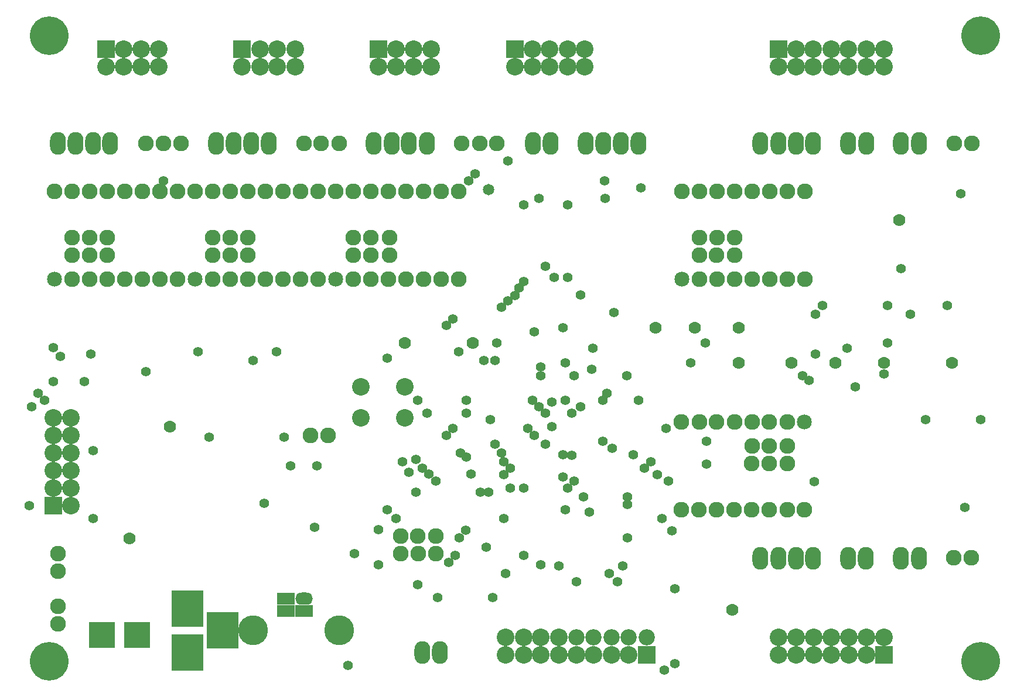
<source format=gbr>
%FSLAX23Y23*%
%MOIN*%
G04 EasyPC Gerber Version 13.0.2 Build 2807 *
%ADD108O,0.09000X0.13000*%
%ADD107R,0.18000X0.21000*%
%ADD112R,0.10000X0.10000*%
%ADD105R,0.15000X0.15000*%
%ADD114C,0.05500*%
%ADD116C,0.06500*%
%ADD115C,0.07000*%
%ADD104C,0.08500*%
%ADD103C,0.09000*%
%ADD113C,0.09200*%
%ADD106C,0.10000*%
%ADD110C,0.17000*%
%ADD111O,0.10000X0.07000*%
%ADD109R,0.10000X0.07000*%
%ADD102C,0.22000*%
X0Y0D02*
D02*
D102*
X15378Y16249D03*
Y19811D03*
X20678Y16249D03*
Y19811D03*
D02*
D103*
X15409Y18924D03*
X15428Y16461D03*
Y16561D03*
Y16761D03*
Y16861D03*
X15509Y18424D03*
Y18924D03*
X15510Y18562D03*
Y18662D03*
X15609Y18424D03*
Y18924D03*
X15610Y18562D03*
Y18662D03*
X15709Y18424D03*
Y18924D03*
X15710Y18562D03*
Y18662D03*
X15809Y18424D03*
Y18924D03*
X15909Y18424D03*
Y18924D03*
X15928Y19199D03*
X16009Y18424D03*
Y18924D03*
X16028Y19199D03*
X16109Y18424D03*
Y18924D03*
X16128Y19199D03*
X16210Y18924D03*
X16310Y18924D03*
X16310Y18562D03*
X16310Y18424D03*
Y18662D03*
X16410Y18924D03*
X16410Y18662D03*
X16410Y18424D03*
Y18562D03*
X16510Y18924D03*
X16510Y18562D03*
Y18662D03*
X16510Y18424D03*
X16610Y18924D03*
X16610Y18424D03*
X16710Y18924D03*
X16710Y18424D03*
X16810Y18924D03*
X16810Y18424D03*
X16828Y19199D03*
X16865Y17536D03*
X16910Y18924D03*
X16910Y18424D03*
X16927Y19199D03*
X16965Y17536D03*
X17010Y18924D03*
X17028Y19199D03*
X17110Y18924D03*
X17110Y18424D03*
Y18562D03*
X17110Y18662D03*
X17210Y18924D03*
X17210Y18662D03*
X17210Y18424D03*
Y18562D03*
X17310Y18924D03*
X17310Y18424D03*
X17315Y18561D03*
Y18661D03*
X17378Y16861D03*
Y16961D03*
X17410Y18924D03*
X17410Y18424D03*
X17477Y16961D03*
X17478Y16861D03*
X17510Y18924D03*
X17510Y18424D03*
X17578Y16861D03*
X17578Y16961D03*
X17610Y18924D03*
X17610Y18424D03*
X17710Y18924D03*
X17710Y18424D03*
X17727Y19199D03*
X17828D03*
X17927D03*
X18977Y17111D03*
X18977Y17611D03*
X18978Y18924D03*
X19077Y17111D03*
X19078Y17611D03*
X19078Y18424D03*
Y18561D03*
Y18661D03*
Y18924D03*
X19177Y17111D03*
X19177Y17611D03*
Y18561D03*
X19178Y18424D03*
Y18661D03*
Y18924D03*
X19277Y17111D03*
X19278Y17611D03*
Y18661D03*
X19278Y18424D03*
Y18924D03*
X19278Y18561D03*
X19377Y17374D03*
X19377Y17111D03*
X19378Y17474D03*
Y17611D03*
X19378Y18924D03*
X19378Y18424D03*
X19477Y17111D03*
X19477Y17374D03*
Y17474D03*
Y17611D03*
X19478Y18424D03*
Y18924D03*
X19578Y17374D03*
Y17474D03*
Y17611D03*
X19578Y17111D03*
Y18424D03*
Y18924D03*
X19677Y17111D03*
X19678Y18424D03*
Y18924D03*
X20527Y16837D03*
X20528Y19199D03*
X20627Y16837D03*
X20628Y19199D03*
D02*
D104*
X15409Y18424D03*
X16210Y18424D03*
X17010D03*
X18978Y18424D03*
X19677Y17611D03*
D02*
D105*
X15678Y16399D03*
X15878D03*
D02*
D106*
X15403Y17236D03*
Y17336D03*
Y17436D03*
Y17536D03*
Y17636D03*
X15503Y17136D03*
Y17236D03*
Y17336D03*
Y17436D03*
Y17536D03*
Y17636D03*
X15703Y19636D03*
X15803D03*
Y19736D03*
X15903Y19636D03*
Y19736D03*
X16003Y19636D03*
Y19736D03*
X16477Y19636D03*
X16578D03*
Y19736D03*
X16677Y19636D03*
Y19736D03*
X16778Y19636D03*
Y19736D03*
X17153Y17636D03*
Y17811D03*
X17253Y19636D03*
X17352D03*
Y19736D03*
X17403Y17636D03*
Y17811D03*
X17453Y19636D03*
Y19736D03*
X17552Y19636D03*
Y19736D03*
X17977Y16286D03*
Y16386D03*
X18028Y19636D03*
X18078Y16286D03*
Y16386D03*
X18128Y19636D03*
Y19736D03*
X18177Y16286D03*
Y16386D03*
X18227Y19636D03*
Y19736D03*
X18278Y16286D03*
Y16386D03*
X18328Y19636D03*
Y19736D03*
X18378Y16286D03*
X18427Y19636D03*
Y19736D03*
X18477Y16286D03*
X18578D03*
X18677D03*
X19528Y19636D03*
X19528Y16284D03*
Y16384D03*
X19628Y19636D03*
Y19736D03*
X19628Y16284D03*
Y16384D03*
X19727Y19636D03*
Y19736D03*
X19728Y16284D03*
Y16384D03*
X19828Y19636D03*
Y19736D03*
X19828Y16284D03*
Y16384D03*
X19927Y19636D03*
Y19736D03*
X19928Y16284D03*
Y16384D03*
X20028Y19636D03*
Y19736D03*
X20028Y16284D03*
Y16384D03*
X20128Y19636D03*
Y19736D03*
X20128Y16384D03*
D02*
D107*
X16165Y16299D03*
Y16549D03*
X16365Y16424D03*
D02*
D108*
X15428Y19199D03*
X15528D03*
X15628D03*
X15727D03*
X16328Y19199D03*
X16428D03*
X16528D03*
X16628D03*
X17227Y19199D03*
X17328D03*
X17427D03*
X17503Y16299D03*
X17528Y19199D03*
X17602Y16299D03*
X18133Y19197D03*
X18233D03*
X18433D03*
X18533D03*
X18633D03*
X18733D03*
X19427Y16836D03*
Y19199D03*
X19528Y16836D03*
Y19199D03*
X19628Y16836D03*
Y19199D03*
X19727Y16836D03*
Y19199D03*
X19927Y16836D03*
X19927Y19199D03*
X20027Y16836D03*
X20028Y19199D03*
X20227Y16836D03*
Y19199D03*
X20328Y16836D03*
Y19199D03*
D02*
D109*
X16727Y16533D03*
Y16604D03*
X16828Y16533D03*
D02*
D110*
X16540Y16424D03*
X17028D03*
D02*
D111*
X16828Y16604D03*
D02*
D112*
X15403Y17136D03*
X15703Y19736D03*
X16477D03*
X17253D03*
X18028D03*
X18778Y16286D03*
X19528Y19736D03*
X20128Y16284D03*
D02*
D113*
X18378Y16386D03*
X18477D03*
X18578D03*
X18677D03*
X18778D03*
D02*
D114*
X15265Y17136D03*
X15278Y17699D03*
X15315Y17774D03*
X15352Y17736D03*
X15403Y17841D03*
Y18036D03*
X15443Y17986D03*
X15578Y17841D03*
X15615Y17999D03*
X15628Y17061D03*
Y17449D03*
X15928Y17899D03*
X16028Y18986D03*
X16227Y18011D03*
X16290Y17524D03*
X16540Y17961D03*
X16602Y17149D03*
X16673Y18011D03*
X16715Y17524D03*
X16753Y17361D03*
X16890Y17011D03*
X16903Y17361D03*
X17078Y16224D03*
X17115Y16861D03*
X17253Y16799D03*
Y16999D03*
X17302Y17111D03*
Y17976D03*
X17352Y17061D03*
X17390Y17386D03*
X17427Y17324D03*
X17465Y17211D03*
Y17397D03*
X17477Y16686D03*
Y17736D03*
X17503Y17349D03*
X17528Y17661D03*
X17540Y17316D03*
X17578Y17274D03*
X17590Y16611D03*
X17640Y17536D03*
Y18161D03*
X17653Y16811D03*
X17677Y17574D03*
Y18199D03*
X17688Y16851D03*
X17710Y18011D03*
X17713Y16951D03*
X17718Y17436D03*
X17748Y16996D03*
X17753Y17411D03*
Y17661D03*
Y17736D03*
X17765Y18986D03*
X17778Y17316D03*
X17802Y19024D03*
X17832Y17211D03*
X17852Y17961D03*
X17865Y16899D03*
X17878Y17211D03*
X17890Y17624D03*
X17903Y16611D03*
X17915Y17486D03*
Y17961D03*
X17927Y18061D03*
X17953Y17436D03*
Y18266D03*
X17965Y17061D03*
Y17311D03*
Y17386D03*
X17977Y16749D03*
X17988Y18301D03*
X17990Y19099D03*
X18003Y17236D03*
Y17349D03*
X18028Y18331D03*
X18052Y18374D03*
X18078Y16851D03*
Y17236D03*
Y18411D03*
Y18849D03*
X18102Y17574D03*
X18128Y17736D03*
X18140Y17536D03*
Y18124D03*
X18165Y17699D03*
Y18886D03*
X18177Y16799D03*
Y17874D03*
Y17924D03*
X18203Y17486D03*
Y17661D03*
Y18499D03*
X18240Y17586D03*
Y17724D03*
X18253Y18436D03*
X18278Y16791D03*
X18302Y17299D03*
Y17424D03*
Y18149D03*
X18315Y17111D03*
Y17736D03*
Y17949D03*
X18328Y17236D03*
Y18436D03*
Y18849D03*
X18352Y17421D03*
Y17661D03*
X18365Y17274D03*
Y17874D03*
X18378Y16701D03*
X18403Y17699D03*
Y18336D03*
X18418Y17186D03*
X18453Y17099D03*
X18465Y17911D03*
X18473Y18031D03*
X18528Y17501D03*
Y17736D03*
X18539Y18984D03*
X18541Y18886D03*
X18552Y17774D03*
X18565Y16749D03*
X18583Y17461D03*
X18591Y18235D03*
X18613Y16701D03*
X18642Y16791D03*
X18665Y17874D03*
X18668Y16951D03*
Y17141D03*
Y17186D03*
X18703Y17426D03*
X18733Y17736D03*
X18747Y18946D03*
X18765Y17349D03*
X18802Y17386D03*
X18840Y17311D03*
X18865Y17061D03*
X18878Y16199D03*
X18890Y17574D03*
X18903Y17274D03*
X18923Y16991D03*
X18940Y16236D03*
Y16661D03*
X19028Y17949D03*
X19113Y18061D03*
X19118Y17371D03*
Y17501D03*
X19665Y17874D03*
X19703Y17849D03*
X19733Y17271D03*
X19740Y17999D03*
Y18224D03*
X19778Y18274D03*
X19918Y18031D03*
X19965Y17811D03*
X20128Y17886D03*
X20148Y18061D03*
Y18274D03*
X20227Y18486D03*
X20278Y18224D03*
X20365Y17624D03*
X20490Y18274D03*
X20565Y18911D03*
X20590Y17124D03*
X20678Y17624D03*
D02*
D115*
X15837Y16948D03*
X16065Y17586D03*
X17403Y18061D03*
X17790D03*
X18828Y18149D03*
X19052D03*
X19267Y16541D03*
X19302Y17949D03*
Y18149D03*
X19602Y17949D03*
X19852D03*
X20128D03*
X20215Y18761D03*
X20515Y17949D03*
D02*
D116*
X17878Y18936D03*
X0Y0D02*
M02*

</source>
